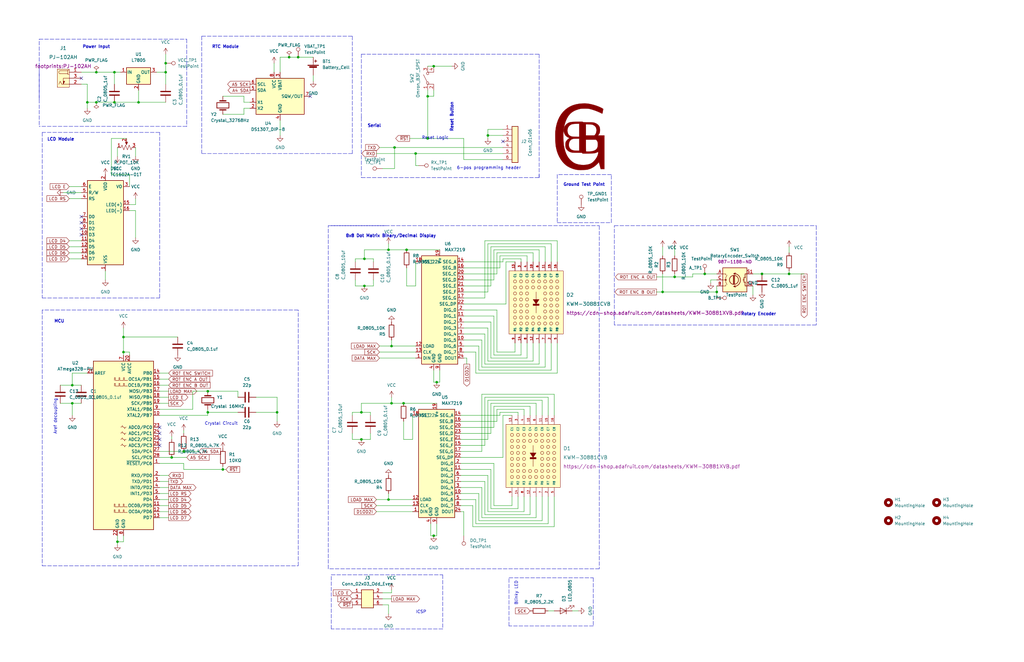
<source format=kicad_sch>
(kicad_sch (version 20211123) (generator eeschema)
  (paper "USLedger")
  (junction (at 30.48 170.18))
  (junction (at 165.1 146.05))
  (junction (at 171.45 105.41))
  (junction (at 48.26 43.18))
  (junction (at 284.48 116.84))
  (junction (at 77.47 190.5))
  (junction (at 87.63 165.1))
  (junction (at 40.64 30.48))
  (junction (at 87.63 173.99))
  (junction (at 52.07 142.24))
  (junction (at 93.98 198.12))
  (junction (at 180.34 58.42))
  (junction (at 52.07 148.59))
  (junction (at 165.1 170.18))
  (junction (at 30.48 162.56))
  (junction (at 279.4 123.19))
  (junction (at 163.83 105.41))
  (junction (at 170.18 170.18))
  (junction (at 49.53 228.6))
  (junction (at 125.73 24.13))
  (junction (at 152.4 185.42))
  (junction (at 205.74 57.15))
  (junction (at 116.84 173.99))
  (junction (at 332.74 115.57))
  (junction (at 36.83 43.18))
  (junction (at 302.26 123.19))
  (junction (at 321.31 115.57))
  (junction (at 40.64 43.18))
  (junction (at 182.88 27.94))
  (junction (at 69.85 30.48))
  (junction (at 163.83 210.82))
  (junction (at 153.67 109.22))
  (junction (at 175.26 64.77))
  (junction (at 152.4 173.99))
  (junction (at 48.26 30.48))
  (junction (at 297.18 115.57))
  (junction (at 166.37 62.23))
  (junction (at 72.39 193.04))
  (junction (at 69.85 26.67))
  (junction (at 58.42 43.18))
  (junction (at 182.88 226.06))
  (junction (at 180.34 40.64))
  (junction (at 184.15 161.29))
  (junction (at 153.67 120.65))
  (junction (at 121.92 24.13))
  (no_connect (at 34.29 33.02))
  (no_connect (at 212.09 59.69))
  (no_connect (at 67.31 180.34))
  (no_connect (at 67.31 182.88))
  (no_connect (at 67.31 185.42))
  (no_connect (at 67.31 187.96))
  (no_connect (at 34.29 99.06))
  (no_connect (at 34.29 96.52))
  (no_connect (at 130.81 40.64))
  (no_connect (at 34.29 91.44))
  (no_connect (at 34.29 93.98))
  (wire (pts (xy 158.75 210.82) (xy 163.83 210.82)))
  (wire (pts (xy 299.72 118.11) (xy 299.72 119.38)))
  (wire (pts (xy 201.93 219.71) (xy 228.6 219.71)))
  (wire (pts (xy 156.21 173.99) (xy 156.21 175.26)))
  (wire (pts (xy 132.08 31.75) (xy 132.08 34.29)))
  (wire (pts (xy 48.26 30.48) (xy 50.8 30.48)))
  (wire (pts (xy 121.92 24.13) (xy 125.73 24.13)))
  (wire (pts (xy 81.28 165.1) (xy 87.63 165.1)))
  (wire (pts (xy 212.09 54.61) (xy 205.74 54.61)))
  (wire (pts (xy 48.26 43.18) (xy 58.42 43.18)))
  (wire (pts (xy 163.83 208.28) (xy 163.83 210.82)))
  (polyline (pts (xy 227.33 49.53) (xy 227.33 49.53)))
  (polyline (pts (xy 152.4 74.93) (xy 227.33 74.93)))
  (wire (pts (xy 182.88 27.94) (xy 190.5 27.94)))
  (wire (pts (xy 30.48 162.56) (xy 25.4 162.56)))
  (polyline (pts (xy 250.19 264.16) (xy 214.63 264.16)))
  (wire (pts (xy 205.74 215.9) (xy 205.74 200.66)))
  (wire (pts (xy 180.34 27.94) (xy 182.88 27.94)))
  (wire (pts (xy 180.34 40.64) (xy 180.34 58.42)))
  (wire (pts (xy 317.5 120.65) (xy 317.5 124.46)))
  (wire (pts (xy 48.26 43.18) (xy 40.64 43.18)))
  (polyline (pts (xy 234.95 73.66) (xy 234.95 93.98)))
  (wire (pts (xy 71.12 167.64) (xy 67.31 167.64)))
  (wire (pts (xy 46.99 58.42) (xy 46.99 73.66)))
  (wire (pts (xy 148.59 175.26) (xy 148.59 173.99)))
  (wire (pts (xy 209.55 106.68) (xy 209.55 115.57)))
  (wire (pts (xy 29.21 104.14) (xy 34.29 104.14)))
  (wire (pts (xy 118.11 30.48) (xy 118.11 24.13)))
  (wire (pts (xy 204.47 140.97) (xy 195.58 140.97)))
  (wire (pts (xy 87.63 175.26) (xy 87.63 173.99)))
  (wire (pts (xy 213.36 110.49) (xy 217.17 110.49)))
  (wire (pts (xy 234.95 157.48) (xy 234.95 144.78)))
  (wire (pts (xy 71.12 208.28) (xy 67.31 208.28)))
  (wire (pts (xy 40.64 43.18) (xy 36.83 43.18)))
  (wire (pts (xy 195.58 118.11) (xy 208.28 118.11)))
  (wire (pts (xy 102.87 43.18) (xy 105.41 43.18)))
  (wire (pts (xy 36.83 157.48) (xy 30.48 157.48)))
  (wire (pts (xy 148.59 182.88) (xy 148.59 185.42)))
  (polyline (pts (xy 257.81 73.66) (xy 234.95 73.66)))
  (wire (pts (xy 54.61 149.86) (xy 54.61 148.59)))
  (wire (pts (xy 201.93 146.05) (xy 195.58 146.05)))
  (wire (pts (xy 223.52 217.17) (xy 223.52 209.55)))
  (wire (pts (xy 153.67 120.65) (xy 157.48 120.65)))
  (wire (pts (xy 171.45 120.65) (xy 175.26 120.65)))
  (wire (pts (xy 115.57 26.67) (xy 115.57 30.48)))
  (wire (pts (xy 241.3 257.81) (xy 243.84 257.81)))
  (wire (pts (xy 205.74 54.61) (xy 205.74 57.15)))
  (wire (pts (xy 180.34 58.42) (xy 195.58 58.42)))
  (wire (pts (xy 29.21 109.22) (xy 34.29 109.22)))
  (wire (pts (xy 149.86 120.65) (xy 153.67 120.65)))
  (wire (pts (xy 157.48 120.65) (xy 157.48 118.11)))
  (wire (pts (xy 71.12 218.44) (xy 67.31 218.44)))
  (polyline (pts (xy 17.78 55.88) (xy 17.78 125.73)))
  (wire (pts (xy 107.95 167.64) (xy 116.84 167.64)))
  (wire (pts (xy 71.12 213.36) (xy 67.31 213.36)))
  (wire (pts (xy 203.2 166.37) (xy 203.2 190.5)))
  (wire (pts (xy 171.45 105.41) (xy 185.42 105.41)))
  (wire (pts (xy 182.88 38.1) (xy 182.88 40.64)))
  (wire (pts (xy 204.47 187.96) (xy 204.47 167.64)))
  (wire (pts (xy 207.01 182.88) (xy 207.01 170.18)))
  (wire (pts (xy 29.21 83.82) (xy 34.29 83.82)))
  (wire (pts (xy 30.48 170.18) (xy 34.29 170.18)))
  (wire (pts (xy 321.31 115.57) (xy 332.74 115.57)))
  (wire (pts (xy 116.84 173.99) (xy 116.84 177.8)))
  (polyline (pts (xy 17.78 238.76) (xy 125.73 238.76)))
  (wire (pts (xy 57.15 88.9) (xy 57.15 100.33)))
  (wire (pts (xy 292.1 116.84) (xy 284.48 116.84)))
  (wire (pts (xy 26.67 81.28) (xy 34.29 81.28)))
  (wire (pts (xy 46.99 73.66) (xy 54.61 73.66)))
  (wire (pts (xy 161.29 250.19) (xy 165.1 250.19)))
  (wire (pts (xy 72.39 193.04) (xy 78.74 193.04)))
  (wire (pts (xy 194.31 187.96) (xy 204.47 187.96)))
  (wire (pts (xy 195.58 151.13) (xy 196.85 151.13)))
  (polyline (pts (xy 17.78 130.81) (xy 17.78 238.76)))
  (wire (pts (xy 185.42 161.29) (xy 184.15 161.29)))
  (wire (pts (xy 180.34 38.1) (xy 180.34 40.64)))
  (wire (pts (xy 149.86 110.49) (xy 149.86 109.22)))
  (polyline (pts (xy 214.63 243.84) (xy 250.19 243.84)))
  (wire (pts (xy 100.33 167.64) (xy 100.33 165.1)))
  (polyline (pts (xy 259.08 137.16) (xy 259.08 95.25)))
  (wire (pts (xy 29.21 106.68) (xy 34.29 106.68)))
  (wire (pts (xy 292.1 115.57) (xy 292.1 116.84)))
  (wire (pts (xy 233.68 166.37) (xy 203.2 166.37)))
  (polyline (pts (xy 252.73 95.25) (xy 252.73 240.03)))
  (wire (pts (xy 302.26 120.65) (xy 302.26 123.19)))
  (wire (pts (xy 165.1 170.18) (xy 170.18 170.18)))
  (wire (pts (xy 220.98 215.9) (xy 205.74 215.9)))
  (polyline (pts (xy 259.08 95.25) (xy 295.91 95.25)))
  (wire (pts (xy 182.88 156.21) (xy 182.88 161.29)))
  (wire (pts (xy 231.14 220.98) (xy 200.66 220.98)))
  (wire (pts (xy 204.47 167.64) (xy 231.14 167.64)))
  (wire (pts (xy 209.55 130.81) (xy 209.55 148.59)))
  (wire (pts (xy 67.31 205.74) (xy 71.12 205.74)))
  (wire (pts (xy 195.58 133.35) (xy 208.28 133.35)))
  (wire (pts (xy 204.47 125.73) (xy 195.58 125.73)))
  (wire (pts (xy 67.31 170.18) (xy 71.12 170.18)))
  (wire (pts (xy 182.88 161.29) (xy 184.15 161.29)))
  (polyline (pts (xy 152.4 49.53) (xy 152.4 74.93)))
  (wire (pts (xy 205.74 123.19) (xy 205.74 102.87)))
  (wire (pts (xy 209.55 177.8) (xy 209.55 172.72)))
  (wire (pts (xy 284.48 115.57) (xy 284.48 116.84)))
  (wire (pts (xy 77.47 195.58) (xy 77.47 198.12)))
  (wire (pts (xy 153.67 109.22) (xy 157.48 109.22)))
  (wire (pts (xy 49.53 228.6) (xy 52.07 228.6)))
  (wire (pts (xy 118.11 50.8) (xy 118.11 57.15)))
  (wire (pts (xy 232.41 156.21) (xy 201.93 156.21)))
  (wire (pts (xy 36.83 43.18) (xy 36.83 45.72)))
  (wire (pts (xy 204.47 101.6) (xy 204.47 125.73)))
  (wire (pts (xy 213.36 128.27) (xy 213.36 110.49)))
  (polyline (pts (xy 85.09 15.24) (xy 148.59 15.24)))
  (polyline (pts (xy 227.33 22.86) (xy 227.33 49.53)))
  (wire (pts (xy 44.45 114.3) (xy 44.45 118.11)))
  (wire (pts (xy 156.21 185.42) (xy 156.21 182.88)))
  (wire (pts (xy 52.07 142.24) (xy 52.07 148.59)))
  (wire (pts (xy 195.58 130.81) (xy 209.55 130.81)))
  (wire (pts (xy 52.07 142.24) (xy 74.93 142.24)))
  (wire (pts (xy 210.82 107.95) (xy 222.25 107.95)))
  (wire (pts (xy 52.07 228.6) (xy 52.07 226.06)))
  (wire (pts (xy 228.6 175.26) (xy 228.6 168.91)))
  (polyline (pts (xy 252.73 240.03) (xy 138.43 240.03)))
  (polyline (pts (xy 295.91 95.25) (xy 344.17 95.25)))
  (wire (pts (xy 175.26 69.85) (xy 176.53 69.85)))
  (wire (pts (xy 93.98 198.12) (xy 95.25 198.12)))
  (wire (pts (xy 205.74 185.42) (xy 194.31 185.42)))
  (wire (pts (xy 195.58 215.9) (xy 195.58 226.06)))
  (wire (pts (xy 207.01 151.13) (xy 207.01 135.89)))
  (wire (pts (xy 57.15 62.23) (xy 57.15 66.04)))
  (wire (pts (xy 125.73 24.13) (xy 132.08 24.13)))
  (wire (pts (xy 233.68 175.26) (xy 233.68 166.37)))
  (wire (pts (xy 152.4 170.18) (xy 165.1 170.18)))
  (wire (pts (xy 204.47 217.17) (xy 223.52 217.17)))
  (wire (pts (xy 228.6 219.71) (xy 228.6 209.55)))
  (wire (pts (xy 229.87 154.94) (xy 229.87 144.78)))
  (wire (pts (xy 52.07 138.43) (xy 52.07 142.24)))
  (wire (pts (xy 218.44 214.63) (xy 218.44 209.55)))
  (wire (pts (xy 194.31 203.2) (xy 204.47 203.2)))
  (polyline (pts (xy 78.74 16.51) (xy 78.74 53.34)))
  (wire (pts (xy 58.42 43.18) (xy 58.42 38.1)))
  (wire (pts (xy 226.06 218.44) (xy 203.2 218.44)))
  (wire (pts (xy 317.5 115.57) (xy 321.31 115.57)))
  (wire (pts (xy 205.74 57.15) (xy 212.09 57.15)))
  (wire (pts (xy 77.47 190.5) (xy 83.82 190.5)))
  (polyline (pts (xy 139.7 242.57) (xy 186.69 242.57)))
  (wire (pts (xy 195.58 148.59) (xy 200.66 148.59)))
  (wire (pts (xy 185.42 156.21) (xy 185.42 161.29)))
  (wire (pts (xy 87.63 173.99) (xy 87.63 172.72)))
  (polyline (pts (xy 227.33 74.93) (xy 227.33 49.53)))
  (wire (pts (xy 182.88 40.64) (xy 180.34 40.64)))
  (wire (pts (xy 58.42 43.18) (xy 69.85 43.18)))
  (wire (pts (xy 220.98 172.72) (xy 220.98 175.26)))
  (wire (pts (xy 107.95 173.99) (xy 116.84 173.99)))
  (wire (pts (xy 77.47 198.12) (xy 93.98 198.12)))
  (wire (pts (xy 210.82 173.99) (xy 218.44 173.99)))
  (wire (pts (xy 67.31 193.04) (xy 72.39 193.04)))
  (wire (pts (xy 284.48 107.95) (xy 284.48 104.14)))
  (wire (pts (xy 161.29 255.27) (xy 163.83 255.27)))
  (wire (pts (xy 163.83 210.82) (xy 173.99 210.82)))
  (wire (pts (xy 212.09 193.04) (xy 212.09 175.26)))
  (polyline (pts (xy 125.73 238.76) (xy 125.73 130.81)))
  (polyline (pts (xy 138.43 95.25) (xy 162.56 95.25)))
  (wire (pts (xy 210.82 175.26) (xy 210.82 173.99)))
  (wire (pts (xy 93.98 198.12) (xy 93.98 196.85)))
  (polyline (pts (xy 139.7 95.25) (xy 252.73 95.25)))
  (wire (pts (xy 49.53 228.6) (xy 49.53 226.06)))
  (wire (pts (xy 220.98 209.55) (xy 220.98 215.9)))
  (wire (pts (xy 208.28 213.36) (xy 215.9 213.36)))
  (wire (pts (xy 195.58 138.43) (xy 205.74 138.43)))
  (wire (pts (xy 48.26 30.48) (xy 48.26 35.56)))
  (wire (pts (xy 219.71 109.22) (xy 219.71 110.49)))
  (wire (pts (xy 69.85 22.86) (xy 69.85 26.67)))
  (wire (pts (xy 67.31 215.9) (xy 71.12 215.9)))
  (wire (pts (xy 200.66 210.82) (xy 194.31 210.82)))
  (wire (pts (xy 149.86 109.22) (xy 153.67 109.22)))
  (wire (pts (xy 194.31 195.58) (xy 208.28 195.58)))
  (wire (pts (xy 212.09 109.22) (xy 219.71 109.22)))
  (wire (pts (xy 200.66 220.98) (xy 200.66 210.82)))
  (wire (pts (xy 234.95 110.49) (xy 234.95 101.6)))
  (wire (pts (xy 165.1 167.64) (xy 165.1 170.18)))
  (wire (pts (xy 210.82 113.03) (xy 210.82 107.95)))
  (wire (pts (xy 181.61 226.06) (xy 182.88 226.06)))
  (wire (pts (xy 208.28 133.35) (xy 208.28 149.86)))
  (wire (pts (xy 228.6 168.91) (xy 205.74 168.91)))
  (wire (pts (xy 29.21 78.74) (xy 34.29 78.74)))
  (wire (pts (xy 208.28 105.41) (xy 227.33 105.41)))
  (wire (pts (xy 153.67 105.41) (xy 163.83 105.41)))
  (wire (pts (xy 157.48 109.22) (xy 157.48 110.49)))
  (polyline (pts (xy 138.43 240.03) (xy 138.43 95.25)))
  (wire (pts (xy 199.39 222.25) (xy 233.68 222.25)))
  (wire (pts (xy 224.79 152.4) (xy 224.79 144.78)))
  (wire (pts (xy 175.26 148.59) (xy 160.02 148.59)))
  (wire (pts (xy 203.2 154.94) (xy 229.87 154.94)))
  (wire (pts (xy 209.55 115.57) (xy 195.58 115.57)))
  (wire (pts (xy 332.74 106.68) (xy 332.74 104.14)))
  (wire (pts (xy 208.28 195.58) (xy 208.28 213.36)))
  (polyline (pts (xy 186.69 242.57) (xy 186.69 265.43)))
  (wire (pts (xy 100.33 165.1) (xy 87.63 165.1)))
  (wire (pts (xy 173.99 213.36) (xy 158.75 213.36)))
  (wire (pts (xy 158.75 215.9) (xy 173.99 215.9)))
  (wire (pts (xy 217.17 148.59) (xy 217.17 144.78)))
  (wire (pts (xy 279.4 115.57) (xy 279.4 123.19)))
  (polyline (pts (xy 214.63 264.16) (xy 214.63 243.84)))
  (polyline (pts (xy 16.51 16.51) (xy 78.74 16.51)))
  (wire (pts (xy 332.74 115.57) (xy 339.09 115.57)))
  (wire (pts (xy 302.26 123.19) (xy 302.26 125.73)))
  (wire (pts (xy 201.93 156.21) (xy 201.93 146.05)))
  (wire (pts (xy 34.29 35.56) (xy 36.83 35.56)))
  (wire (pts (xy 207.01 135.89) (xy 195.58 135.89)))
  (wire (pts (xy 171.45 113.03) (xy 171.45 120.65)))
  (wire (pts (xy 302.26 118.11) (xy 299.72 118.11)))
  (wire (pts (xy 194.31 177.8) (xy 209.55 177.8)))
  (wire (pts (xy 170.18 170.18) (xy 184.15 170.18)))
  (polyline (pts (xy 152.4 49.53) (xy 152.4 22.86)))
  (wire (pts (xy 161.29 252.73) (xy 165.1 252.73)))
  (wire (pts (xy 153.67 105.41) (xy 153.67 109.22)))
  (wire (pts (xy 200.66 148.59) (xy 200.66 157.48)))
  (wire (pts (xy 67.31 200.66) (xy 71.12 200.66)))
  (wire (pts (xy 30.48 170.18) (xy 30.48 175.26)))
  (wire (pts (xy 67.31 175.26) (xy 87.63 175.26)))
  (wire (pts (xy 212.09 64.77) (xy 175.26 64.77)))
  (wire (pts (xy 30.48 157.48) (xy 30.48 162.56)))
  (polyline (pts (xy 250.19 243.84) (xy 250.19 264.16)))
  (wire (pts (xy 49.53 229.87) (xy 49.53 228.6)))
  (wire (pts (xy 67.31 195.58) (xy 77.47 195.58)))
  (wire (pts (xy 67.31 203.2) (xy 71.12 203.2)))
  (wire (pts (xy 170.18 177.8) (xy 170.18 185.42)))
  (polyline (pts (xy 78.74 53.34) (xy 16.51 53.34)))
  (wire (pts (xy 46.99 58.42) (xy 53.34 58.42)))
  (wire (pts (xy 77.47 182.88) (xy 77.47 181.61)))
  (wire (pts (xy 226.06 170.18) (xy 226.06 175.26)))
  (polyline (pts (xy 67.31 125.73) (xy 67.31 55.88)))
  (wire (pts (xy 67.31 210.82) (xy 71.12 210.82)))
  (wire (pts (xy 194.31 208.28) (xy 201.93 208.28)))
  (wire (pts (xy 194.31 193.04) (xy 212.09 193.04)))
  (wire (pts (xy 67.31 190.5) (xy 77.47 190.5)))
  (wire (pts (xy 52.07 148.59) (xy 52.07 149.86)))
  (wire (pts (xy 203.2 205.74) (xy 194.31 205.74)))
  (polyline (pts (xy 16.51 30.48) (xy 16.51 53.34)))
  (wire (pts (xy 81.28 172.72) (xy 81.28 165.1)))
  (wire (pts (xy 54.61 88.9) (xy 57.15 88.9)))
  (wire (pts (xy 118.11 24.13) (xy 121.92 24.13)))
  (wire (pts (xy 207.01 170.18) (xy 226.06 170.18)))
  (wire (pts (xy 212.09 175.26) (xy 215.9 175.26)))
  (polyline (pts (xy 227.33 73.66) (xy 227.33 74.93)))
  (wire (pts (xy 69.85 30.48) (xy 66.04 30.48)))
  (wire (pts (xy 223.52 171.45) (xy 208.28 171.45)))
  (wire (pts (xy 152.4 185.42) (xy 156.21 185.42)))
  (wire (pts (xy 201.93 208.28) (xy 201.93 219.71)))
  (wire (pts (xy 160.02 151.13) (xy 175.26 151.13)))
  (polyline (pts (xy 85.09 15.24) (xy 85.09 64.77)))
  (polyline (pts (xy 148.59 15.24) (xy 148.59 64.77)))
  (wire (pts (xy 302.26 123.19) (xy 279.4 123.19)))
  (wire (pts (xy 102.87 45.72) (xy 105.41 45.72)))
  (wire (pts (xy 67.31 162.56) (xy 71.12 162.56)))
  (wire (pts (xy 166.37 62.23) (xy 212.09 62.23)))
  (wire (pts (xy 218.44 173.99) (xy 218.44 175.26)))
  (wire (pts (xy 195.58 67.31) (xy 195.58 58.42)))
  (wire (pts (xy 224.79 110.49) (xy 224.79 106.68)))
  (wire (pts (xy 203.2 190.5) (xy 194.31 190.5)))
  (wire (pts (xy 227.33 153.67) (xy 204.47 153.67)))
  (wire (pts (xy 229.87 104.14) (xy 207.01 104.14)))
  (wire (pts (xy 302.26 115.57) (xy 297.18 115.57)))
  (wire (pts (xy 173.99 185.42) (xy 173.99 175.26)))
  (wire (pts (xy 195.58 143.51) (xy 203.2 143.51)))
  (wire (pts (xy 205.74 152.4) (xy 224.79 152.4)))
  (wire (pts (xy 194.31 182.88) (xy 207.01 182.88)))
  (wire (pts (xy 209.55 148.59) (xy 217.17 148.59)))
  (wire (pts (xy 332.74 114.3) (xy 332.74 115.57)))
  (wire (pts (xy 181.61 220.98) (xy 181.61 226.06)))
  (polyline (pts (xy 148.59 64.77) (xy 85.09 64.77)))
  (polyline (pts (xy 234.95 93.98) (xy 257.81 93.98)))
  (wire (pts (xy 276.86 123.19) (xy 279.4 123.19)))
  (wire (pts (xy 203.2 143.51) (xy 203.2 154.94)))
  (wire (pts (xy 219.71 149.86) (xy 219.71 144.78)))
  (wire (pts (xy 207.01 214.63) (xy 218.44 214.63)))
  (wire (pts (xy 34.29 30.48) (xy 40.64 30.48)))
  (wire (pts (xy 205.74 138.43) (xy 205.74 152.4)))
  (wire (pts (xy 54.61 73.66) (xy 54.61 78.74)))
  (wire (pts (xy 207.01 198.12) (xy 207.01 214.63)))
  (wire (pts (xy 208.28 149.86) (xy 219.71 149.86)))
  (wire (pts (xy 160.02 146.05) (xy 165.1 146.05)))
  (wire (pts (xy 233.68 257.81) (xy 231.14 257.81)))
  (wire (pts (xy 222.25 144.78) (xy 222.25 151.13)))
  (polyline (pts (xy 344.17 95.25) (xy 344.17 137.16)))
  (polyline (pts (xy 257.81 93.98) (xy 257.81 73.66)))
  (wire (pts (xy 184.15 220.98) (xy 184.15 226.06)))
  (wire (pts (xy 194.31 213.36) (xy 199.39 213.36)))
  (wire (pts (xy 148.59 173.99) (xy 152.4 173.99)))
  (wire (pts (xy 160.02 62.23) (xy 166.37 62.23)))
  (polyline (pts (xy 152.4 22.86) (xy 227.33 22.86)))
  (wire (pts (xy 87.63 173.99) (xy 100.33 173.99)))
  (wire (pts (xy 93.98 48.26) (xy 102.87 48.26)))
  (wire (pts (xy 67.31 172.72) (xy 81.28 172.72)))
  (wire (pts (xy 170.18 185.42) (xy 173.99 185.42)))
  (wire (pts (xy 222.25 151.13) (xy 207.01 151.13)))
  (wire (pts (xy 234.95 101.6) (xy 204.47 101.6)))
  (polyline (pts (xy 125.73 130.81) (xy 17.78 130.81)))
  (wire (pts (xy 71.12 165.1) (xy 67.31 165.1)))
  (wire (pts (xy 212.09 67.31) (xy 195.58 67.31)))
  (wire (pts (xy 67.31 157.48) (xy 71.12 157.48)))
  (wire (pts (xy 207.01 104.14) (xy 207.01 120.65)))
  (wire (pts (xy 231.14 167.64) (xy 231.14 175.26)))
  (wire (pts (xy 175.26 120.65) (xy 175.26 110.49)))
  (wire (pts (xy 204.47 153.67) (xy 204.47 140.97)))
  (wire (pts (xy 175.26 64.77) (xy 158.75 64.77)))
  (wire (pts (xy 149.86 118.11) (xy 149.86 120.65)))
  (wire (pts (xy 54.61 86.36) (xy 57.15 86.36)))
  (wire (pts (xy 297.18 115.57) (xy 292.1 115.57)))
  (polyline (pts (xy 17.78 125.73) (xy 67.31 125.73)))
  (wire (pts (xy 195.58 113.03) (xy 210.82 113.03)))
  (polyline (pts (xy 67.31 55.88) (xy 17.78 55.88)))
  (wire (pts (xy 194.31 215.9) (xy 195.58 215.9)))
  (wire (pts (xy 165.1 143.51) (xy 165.1 146.05)))
  (wire (pts (xy 29.21 101.6) (xy 34.29 101.6)))
  (wire (pts (xy 152.4 170.18) (xy 152.4 173.99)))
  (wire (pts (xy 215.9 213.36) (xy 215.9 209.55)))
  (wire (pts (xy 163.83 255.27) (xy 163.83 259.08)))
  (wire (pts (xy 152.4 173.99) (xy 156.21 173.99)))
  (wire (pts (xy 208.28 171.45) (xy 208.28 180.34)))
  (wire (pts (xy 195.58 123.19) (xy 205.74 123.19)))
  (wire (pts (xy 231.14 209.55) (xy 231.14 220.98)))
  (wire (pts (xy 165.1 248.92) (xy 165.1 250.19)))
  (wire (pts (xy 93.98 40.64) (xy 102.87 40.64)))
  (wire (pts (xy 163.83 102.87) (xy 163.83 105.41)))
  (wire (pts (xy 102.87 48.26) (xy 102.87 45.72)))
  (wire (pts (xy 69.85 26.67) (xy 69.85 30.48)))
  (wire (pts (xy 166.37 71.12) (xy 161.29 71.12)))
  (wire (pts (xy 67.31 160.02) (xy 71.12 160.02)))
  (wire (pts (xy 163.83 105.41) (xy 171.45 105.41)))
  (wire (pts (xy 166.37 62.23) (xy 166.37 71.12)))
  (wire (pts (xy 205.74 57.15) (xy 205.74 58.42)))
  (polyline (pts (xy 344.17 137.16) (xy 259.08 137.16)))
  (polyline (pts (xy 139.7 265.43) (xy 139.7 242.57)))
  (wire (pts (xy 279.4 104.14) (xy 279.4 107.95)))
  (wire (pts (xy 207.01 120.65) (xy 195.58 120.65)))
  (wire (pts (xy 69.85 35.56) (xy 69.85 30.48)))
  (wire (pts (xy 229.87 110.49) (xy 229.87 104.14)))
  (wire (pts (xy 36.83 35.56) (xy 36.83 43.18)))
  (wire (pts (xy 116.84 167.64) (xy 116.84 173.99)))
  (wire (pts (xy 194.31 198.12) (xy 207.01 198.12)))
  (wire (pts (xy 222.25 107.95) (xy 222.25 110.49)))
  (polyline (pts (xy 186.69 265.43) (xy 139.7 265.43)))
  (wire (pts (xy 172.72 58.42) (xy 180.34 58.42)))
  (wire (pts (xy 232.41 102.87) (xy 232.41 110.49)))
  (wire (pts (xy 196.85 151.13) (xy 196.85 153.67)))
  (wire (pts (xy 232.41 144.78) (xy 232.41 156.21)))
  (wire (pts (xy 184.15 226.06) (xy 182.88 226.06)))
  (wire (pts (xy 204.47 203.2) (xy 204.47 217.17)))
  (wire (pts (xy 57.15 83.82) (xy 57.15 86.36)))
  (wire (pts (xy 195.58 128.27) (xy 213.36 128.27)))
  (wire (pts (xy 233.68 222.25) (xy 233.68 209.55)))
  (wire (pts (xy 200.66 157.48) (xy 234.95 157.48)))
  (wire (pts (xy 72.39 185.42) (xy 72.39 184.15)))
  (wire (pts (xy 102.87 40.64) (xy 102.87 43.18)))
  (wire (pts (xy 30.48 162.56) (xy 34.29 162.56)))
  (wire (pts (xy 49.53 66.04) (xy 49.53 62.23)))
  (wire (pts (xy 40.64 30.48) (xy 48.26 30.48)))
  (wire (pts (xy 205.74 200.66) (xy 194.31 200.66)))
  (wire (pts (xy 148.59 185.42) (xy 152.4 185.42)))
  (wire (pts (xy 25.4 170.18) (xy 30.48 170.18)))
  (wire (pts (xy 195.58 110.49) (xy 212.09 110.49)))
  (polyline (pts (xy 16.51 41.91) (xy 16.51 16.51)))
  (wire (pts (xy 209.55 172.72) (xy 220.98 172.72)))
  (wire (pts (xy 205.74 168.91) (xy 205.74 185.42)))
  (wire (pts (xy 175.26 64.77) (xy 175.26 69.85)))
  (wire (pts (xy 208.28 180.34) (xy 194.31 180.34)))
  (wire (pts (xy 199.39 213.36) (xy 199.39 222.25)))
  (wire (pts (xy 212.09 110.49) (xy 212.09 109.22)))
  (wire (pts (xy 165.1 146.05) (xy 175.26 146.05)))
  (wire (pts (xy 276.86 116.84) (xy 284.48 116.84)))
  (wire (pts (xy 224.79 106.68) (xy 209.55 106.68)))
  (wire (pts (xy 208.28 118.11) (xy 208.28 105.41)))
  (wire (pts (xy 203.2 218.44) (xy 203.2 205.74)))
  (wire (pts (xy 54.61 148.59) (xy 52.07 148.59)))
  (wire (pts (xy 205.74 102.87) (xy 232.41 102.87)))
  (wire (pts (xy 223.52 175.26) (xy 223.52 171.45)))
  (wire (pts (xy 227.33 105.41) (xy 227.33 110.49)))
  (wire (pts (xy 227.33 144.78) (xy 227.33 153.67)))
  (wire (pts (xy 226.06 209.55) (xy 226.06 218.44)))
  (wire (pts (xy 194.31 175.26) (xy 210.82 175.26)))
  (text "Ground Test Point" (at 237.49 78.74 0) (effects (font (size 1.27 1.27) (thickness 0.254) bold) (justify left bottom)))
  (text "8x8 Dot Matrix Binary/Decimal Display\n" (at 145.7452 100.3808 0) (effects (font (size 1.27 1.27) (thickness 0.254) bold) (justify left bottom)))
  (text "Power Input\n" (at 34.7472 20.574 0) (effects (font (size 1.27 1.27) bold) (justify left bottom)))
  (text "Reset Button\n" (at 191.262 55.6768 90) (effects (font (size 1.27 1.27) bold) (justify left bottom)))
  (text "Serial\n" (at 154.94 53.8988 0) (effects (font (size 1.27 1.27) (thickness 0.254) bold) (justify left bottom)))
  (text "Blinky LED\n" (at 218.44 245.11 270) (effects (font (size 1.27 1.27)) (justify right bottom)))
  (text "ICSP\n" (at 175.26 259.08 0) (effects (font (size 1.27 1.27)) (justify left bottom)))
  (text "RTC Module\n" (at 89.3572 20.574 0) (effects (font (size 1.27 1.27) bold) (justify left bottom)))
  (text "Rotary Encoder\n" (at 312.42 133.35 0) (effects (font (size 1.27 1.27) (thickness 0.254) bold) (justify left bottom)))
  (text "Aref decoupling\n" (at 24.0792 168.148 270) (effects (font (size 1.27 1.27)) (justify right bottom)))
  (text "6-pos programming header\n" (at 219.71 71.6788 180) (effects (font (size 1.27 1.27)) (justify right bottom)))
  (text "Crystal Circuit\n" (at 100.2792 179.578 180) (effects (font (size 1.27 1.27)) (justify right bottom)))
  (text "LCD Module\n" (at 19.8628 59.6392 0) (effects (font (size 1.27 1.27) (thickness 0.254) bold) (justify left bottom)))
  (text "MCU" (at 22.8092 136.398 0) (effects (font (size 1.27 1.27) bold) (justify left bottom)))
  (text "Reset Logic\n" (at 189.23 58.9788 180) (effects (font (size 1.27 1.27)) (justify right bottom)))
  (global_label "SCK" (shape output) (at 71.12 170.18 0) (property "Intersheet References" "${INTERSHEET_REFS}" (effects hide)))
  (global_label "LOAD MAX" (shape input) (at 160.02 146.05 180) (property "Intersheet References" "${INTERSHEET_REFS}" (effects hide)))
  (global_label "D1OD2I" (shape input) (at 158.75 215.9 180) (property "Intersheet References" "${INTERSHEET_REFS}" (effects hide)))
  (global_label "LOAD MAX" (shape output) (at 165.1 252.73 0) (property "Intersheet References" "${INTERSHEET_REFS}" (effects hide)))
  (global_label "RXD" (shape input) (at 71.12 200.66 0) (property "Intersheet References" "${INTERSHEET_REFS}" (effects hide)))
  (global_label "LOAD MAX" (shape output) (at 71.12 165.1 0) (property "Intersheet References" "${INTERSHEET_REFS}" (effects hide)))
  (global_label "ROT ENC B OUT" (shape input) (at 71.12 162.56 0) (property "Intersheet References" "${INTERSHEET_REFS}" (effects hide)))
  (global_label "LCD E" (shape input) (at 148.59 250.19 180) (property "Intersheet References" "${INTERSHEET_REFS}" (effects hide)))
  (global_label "ROT ENC A OUT" (shape input) (at 71.12 160.02 0) (property "Intersheet References" "${INTERSHEET_REFS}" (effects hide)))
  (global_label "LCD RS" (shape input) (at 29.21 83.82 180) (property "Intersheet References" "${INTERSHEET_REFS}" (effects hide)))
  (global_label "A4 SDA" (shape output) (at 105.41 38.1 180) (property "Intersheet References" "${INTERSHEET_REFS}" (effects hide)))
  (global_label "SCK" (shape input) (at 160.02 148.59 180) (property "Intersheet References" "${INTERSHEET_REFS}" (effects hide)))
  (global_label "SCK" (shape input) (at 148.59 252.73 180) (property "Intersheet References" "${INTERSHEET_REFS}" (effects hide)))
  (global_label "~{RST}" (shape input) (at 95.25 198.12 0) (property "Intersheet References" "${INTERSHEET_REFS}" (effects hide)))
  (global_label "D1OD2I" (shape output) (at 196.85 153.67 270) (property "Intersheet References" "${INTERSHEET_REFS}" (effects hide)))
  (global_label "LCD D7" (shape output) (at 71.12 218.44 0) (property "Intersheet References" "${INTERSHEET_REFS}" (effects hide)))
  (global_label "ROT ENC B OUT" (shape output) (at 276.86 123.19 180) (property "Intersheet References" "${INTERSHEET_REFS}" (effects hide)))
  (global_label "LCD D4" (shape output) (at 71.12 210.82 0) (property "Intersheet References" "${INTERSHEET_REFS}" (effects hide)))
  (global_label "LCD D5" (shape input) (at 29.21 104.14 180) (property "Intersheet References" "${INTERSHEET_REFS}" (effects hide)))
  (global_label "LCD D5" (shape output) (at 71.12 213.36 0) (property "Intersheet References" "${INTERSHEET_REFS}" (effects hide)))
  (global_label "A4 SDA" (shape input) (at 83.82 190.5 0) (property "Intersheet References" "${INTERSHEET_REFS}" (effects hide)))
  (global_label "SCK" (shape input) (at 223.52 257.81 180) (property "Intersheet References" "${INTERSHEET_REFS}" (effects hide)))
  (global_label "TXD" (shape input) (at 160.02 62.23 180) (property "Intersheet References" "${INTERSHEET_REFS}" (effects hide)))
  (global_label "LCD D4" (shape input) (at 29.21 101.6 180) (property "Intersheet References" "${INTERSHEET_REFS}" (effects hide)))
  (global_label "A5 SCK" (shape input) (at 78.74 193.04 0) (property "Intersheet References" "${INTERSHEET_REFS}" (effects hide)))
  (global_label "DATA MAX" (shape input) (at 160.02 151.13 180) (property "Intersheet References" "${INTERSHEET_REFS}" (effects hide)))
  (global_label "SCK" (shape input) (at 158.75 213.36 180) (property "Intersheet References" "${INTERSHEET_REFS}" (effects hide)))
  (global_label "~{RST}" (shape output) (at 148.59 255.27 180) (property "Intersheet References" "${INTERSHEET_REFS}" (effects hide)))
  (global_label "~{RST}" (shape output) (at 172.72 58.42 180) (property "Intersheet References" "${INTERSHEET_REFS}" (effects hide)))
  (global_label "LCD D6" (shape input) (at 29.21 106.68 180) (property "Intersheet References" "${INTERSHEET_REFS}" (effects hide)))
  (global_label "ROT ENC SWITCH" (shape input) (at 71.12 157.48 0) (property "Intersheet References" "${INTERSHEET_REFS}" (effects hide)))
  (global_label "LCD E" (shape input) (at 29.21 78.74 180) (property "Intersheet References" "${INTERSHEET_REFS}" (effects hide)))
  (global_label "TXD" (shape output) (at 71.12 203.2 0) (property "Intersheet References" "${INTERSHEET_REFS}" (effects hide)))
  (global_label "LCD E" (shape output) (at 71.12 167.64 0) (property "Intersheet References" "${INTERSHEET_REFS}" (effects hide)))
  (global_label "LOAD MAX" (shape input) (at 158.75 210.82 180) (property "Intersheet References" "${INTERSHEET_REFS}" (effects hide)))
  (global_label "LCD D6" (shape output) (at 71.12 215.9 0) (property "Intersheet References" "${INTERSHEET_REFS}" (effects hide)))
  (global_label "LCD RS" (shape output) (at 71.12 208.28 0) (property "Intersheet References" "${INTERSHEET_REFS}" (effects hide)))
  (global_label "A5 SCK" (shape output) (at 105.41 35.56 180) (property "Intersheet References" "${INTERSHEET_REFS}" (effects hide)))
  (global_label "DATA MAX" (shape output) (at 71.12 205.74 0) (property "Intersheet References" "${INTERSHEET_REFS}" (effects hide)))
  (global_label "ROT ENC SWITCH" (shape output) (at 339.09 115.57 270) (property "Intersheet References" "${INTERSHEET_REFS}" (effects hide)))
  (global_label "RXD" (shape output) (at 158.75 64.77 180) (property "Intersheet References" "${INTERSHEET_REFS}" (effects hide)))
  (global_label "LCD D7" (shape input) (at 29.21 109.22 180) (property "Intersheet References" "${INTERSHEET_REFS}" (effects hide)))
  (global_label "ROT ENC A OUT" (shape output) (at 276.86 116.84 180) (property "Intersheet References" "${INTERSHEET_REFS}" (effects hide)))
  (symbol (lib_id "HPS:R_0805_10K") (at 284.48 111.76 0) (unit 1)
    (property "Reference" "R3" (at 281.94 113.03 90) (effects (justify left)))
    (property "Value" "R_0805_10K" (at 274.32 115.57 90) (effects (justify left)))
    (property "Footprint" "footprints:R_0805_2012Metric" (effects hide))
    (property "Datasheet" "https://www.digikey.com/en/products/detail/yageo/RC0805FR-0710KL/727535" (effects hide))
    (property "MFG" "Yageo" (effects hide))
    (property "MPN" "RC0805FR-0710KL" (effects hide))
    (property "Digikey PN" "311-10.0KCRCT-ND" (effects hide))
    (property "Mouser PN" "N/A" (effects hide))
    (property "Power" "N/A" (effects hide))
    (property "Tolerance" "N/A" (effects hide))
  )
  (symbol (lib_id "HPS:VCC") (at 93.98 189.23 0) (unit 1)
    (property "Reference" "#PWR0117" (effects hide))
    (property "Value" "VCC" (at 93.98 184.15 0))
  )
  (symbol (lib_id "HPS:Battery_Cell") (at 132.08 29.21 0) (unit 1)
    (property "Reference" "BT1" (at 135.89 25.9079 0) (effects (justify left)))
    (property "Value" "Battery_Cell" (at 135.89 28.4479 0) (effects (justify left)))
    (property "Footprint" "footprints:BatteryHolder_Keystone_106_1x20mm" (effects hide))
    (property "Datasheet" "https://media.digikey.com/pdf/Data%20Sheets/Memory%20Protection%20PDFs/Coin_Cell_Guide.pdf" (effects hide))
    (property "MFG" "MPD (Memory Protection Devices)" (effects hide))
    (property "MPN" "BS-7" (effects hide))
    (property "Digikey PN" "BS-7-ND" (effects hide))
    (property "Mouser PN" "N/A" (effects hide))
  )
  (symbol (lib_id "HPS:R_0805_4.7K") (at 77.47 186.69 0) (unit 1)
    (property "Reference" "R13" (at 80.01 185.4199 0) (effects (justify left)))
    (property "Value" "R_0805_4.7K" (at 80.01 187.9599 0) (effects (justify left)))
    (property "Footprint" "footprints:R_0805_2012Metric" (effects hide))
    (property "Datasheet" "https://www.digikey.com/en/products/detail/yageo/RC0805FR-074K7L/727929" (effects hide))
    (property "MFG" "Yageo" (effects hide))
    (property "MPN" "RC0805FR-074K7L" (effects hide))
    (property "Digikey PN" "311-4.70KCRCT-ND" (effects hide))
    (property "Mouser PN" "N/A" (effects hide))
    (property "Power" "N/A" (effects hide))
    (property "Tolerance" "N/A" (effects hide))
  )
  (symbol (lib_id "HPS:VCC") (at 165.1 167.64 0) (unit 1)
    (property "Reference" "#PWR0127" (effects hide))
    (property "Value" "VCC" (at 165.1 162.56 0))
  )
  (symbol (lib_id "HPS:GND") (at 321.31 123.19 0) (unit 1)
    (property "Reference" "#PWR0128" (effects hide))
    (property "Value" "GND" (at 321.31 128.27 90))
  )
  (symbol (lib_id "HPS:GND") (at 152.4 185.42 0) (unit 1)
    (property "Reference" "#PWR0106" (effects hide))
    (property "Value" "GND" (at 152.4 190.5 0))
  )
  (symbol (lib_id "HPS:VCC") (at 72.39 184.15 0) (unit 1)
    (property "Reference" "#PWR03" (effects hide))
    (property "Value" "VCC" (at 72.39 179.07 0))
  )
  (symbol (lib_id "HPS:C_0805_0.1uf") (at 74.93 146.05 0) (unit 1)
    (property "Reference" "C4" (at 78.74 144.7799 0) (effects (justify left)))
    (property "Value" "C_0805_0.1uf" (at 78.74 147.3199 0) (effects (justify left)))
    (property "Footprint" "footprints:C_0805_2012Metric" (effects hide))
    (property "Datasheet" "https://datasheets.avx.com/X7RDielectric.pdf" (effects hide))
    (property "MFG" "AVX Corporation" (effects hide))
    (property "MPN" "08055C104KAT2A" (effects hide))
    (property "Digikey PN" "478-1395-1-ND" (effects hide))
    (property "Mouser PN" "N/A" (effects hide))
    (property "Voltage" "N/A" (effects hide))
    (property "Dielectric" "N/A" (effects hide))
    (property "Tolerance" "N/A" (effects hide))
  )
  (symbol (lib_id "HPS:C_0805_1uf") (at 321.31 119.38 180) (unit 1)
    (property "Reference" "C12" (at 325.12 118.1099 0) (effects (justify right)))
    (property "Value" "C_0805_1uf" (at 325.12 120.6499 0) (effects (justify right)))
    (property "Footprint" "footprints:C_0805_2012Metric" (effects hide))
    (property "Datasheet" "https://www.yageo.com/upload/media/product/productsearch/datasheet/mlcc/UPY-GPHC_X7R_6.3V-to-50V_18.pdf" (effects hide))
    (property "MFG" "Yageo" (effects hide))
    (property "MPN" "CC0805KKX7R8BB105" (effects hide))
    (property "Digikey PN" "311-1456-1-ND" (effects hide))
    (property "Mouser PN" "N/A" (effects hide))
    (property "Voltage" "N/A" (effects hide))
    (property "Dielectric" "N/A" (effects hide))
    (property "Tolerance" "N/A" (effects hide))
  )
  (symbol (lib_id "HPS:R_0805_10K") (at 93.98 193.04 0) (unit 1)
    (property "Reference" "R1" (at 96.52 191.7699 0) (effects (justify left)))
    (property "Value" "10KΩ" (at 96.52 194.3099 0) (effects (justify left)))
    (property "Footprint" "footprints:R_0805_2012Metric" (effects hide))
    (property "Datasheet" "https://www.digikey.com/en/products/detail/yageo/RC0805FR-0710KL/727535" (effects hide))
    (property "MFG" "Yageo" (effects hide))
    (property "MPN" "RC0805FR-0710KL" (effects hide))
    (property "Digikey PN" "311-10.0KCRCT-ND" (effects hide))
    (property "Mouser PN" "N/A" (effects hide))
    (property "Power" "N/A" (effects hide))
    (property "Tolerance" "N/A" (effects hide))
  )
  (symbol (lib_id "HPS:GND") (at 44.45 118.11 0) (unit 1)
    (property "Reference" "#PWR0113" (effects hide))
    (property "Value" "GND" (at 44.45 123.19 0))
  )
  (symbol (lib_name "MountingHole_1") (lib_id "HPS:MountingHole") (at 374.65 219.71 0) (unit 1)
    (property "Reference" "H2" (at 377.19 218.4399 0) (effects (justify left)))
    (property "Value" "MountingHole" (at 377.19 220.9799 0) (effects (justify left)))
    (property "Footprint" "footprints:MountingHole_3.2mm_M3" (effects hide))
  )
  (symbol (lib_name "KWM-30881CVB_1") (lib_id "HPS:KWM-30881CVB") (at 226.06 128.27 90) (unit 1)
    (property "Reference" "D2" (at 238.76 124.46 90) (effects (font (size 1.524 1.524)) (justify right)))
    (property "Value" "KWM-30881CVB" (at 238.76 128.27 90) (effects (font (size 1.524 1.524)) (justify right)))
    (property "Footprint" "footprints:KWM-30881CVB" (effects hide))
    (property "Datasheet" "https://cdn-shop.adafruit.com/datasheets/KWM-30881XVB.pdf" (at 238.76 132.08 90) (effects (font (size 1.524 1.524)) (justify right)))
    (property "MFG" "Adafruit" (effects hide))
    (property "MPN" "KWM-30881CVB" (effects hide))
    (property "Digikey PN" "N/A" (effects hide))
    (property "Mouser PN" "N/A" (effects hide))
  )
  (symbol (lib_id "HPS:VCC") (at 77.47 181.61 0) (unit 1)
    (property "Reference" "#PWR04" (effects hide))
    (property "Value" "VCC" (at 77.47 176.53 0))
  )
  (symbol (lib_id "HPS:GND") (at 163.83 200.66 180) (unit 1)
    (property "Reference" "#PWR0107" (effects hide))
    (property "Value" "GND" (at 163.83 195.58 0))
  )
  (symbol (lib_id "HPS:PJ-102AH") (at 29.21 33.02 0) (unit 1)
    (property "Reference" "J1" (at 26.67 20.32 0) (effects (font (size 1.524 1.524))))
    (property "Value" "PJ-102AH" (at 26.67 24.13 0) (effects (font (size 1.524 1.524))))
    (property "Footprint" "footprints:PJ-102AH" (at 26.67 27.94 0) (effects (font (size 1.524 1.524))))
    (property "Datasheet" "https://www.cuidevices.com/product/resource/pj-102ah.pdf" (effects hide))
    (property "MFG" "CUI Devices" (effects hide))
    (property "MPN" "PJ-102AH" (effects hide))
    (property "Digikey PN" "CP-102AH-ND" (effects hide))
    (property "Mouser PN" "490-PJ-102AH" (effects hide))
  )
  (symbol (lib_id "HPS:L7805") (at 58.42 30.48 0) (unit 1)
    (property "Reference" "U1" (at 58.42 22.86 0))
    (property "Value" "L7805" (at 58.42 25.4 0))
    (property "Footprint" "footprints:TO-252-2" (effects hide))
    (property "Datasheet" "http://www.st.com/content/ccc/resource/technical/document/datasheet/41/4f/b3/b0/12/d4/47/88/CD00000444.pdf/files/CD00000444.pdf/jcr:content/translations/en.CD00000444.pdf" (effects hide))
    (property "Digikey PN" "497-7255-1-ND" (effects hide))
    (property "MPN" "L7805CDT-TR" (effects hide))
    (property "MFG" "STMicroelectronics" (effects hide))
  )
  (symbol (lib_id "HPS:R_0805_10K") (at 165.1 139.7 180) (unit 1)
    (property "Reference" "R5" (at 162.56 140.9701 0) (effects (justify left)))
    (property "Value" "R_0805_10K" (at 162.56 138.4301 0) (effects (justify left)))
    (property "Footprint" "footprints:R_0805_2012Metric" (effects hide))
    (property "Datasheet" "https://www.digikey.com/en/products/detail/yageo/RC0805FR-0710KL/727535" (effects hide))
    (property "MFG" "Yageo" (effects hide))
    (property "MPN" "RC0805FR-0710KL" (effects hide))
    (property "Digikey PN" "311-10.0KCRCT-ND" (effects hide))
    (property "Mouser PN" "N/A" (effects hide))
    (property "Power" "N/A" (effects hide))
    (property "Tolerance" "N/A" (effects hide))
  )
  (symbol (lib_id "HPS:C_0805_1uf") (at 48.26 39.37 0) (unit 1)
    (property "Reference" "C2" (at 41.91 43.18 90) (effects (justify left)))
    (property "Value" "C_0805_1uf" (at 44.45 43.18 90) (effects (justify left)))
    (property "Footprint" "footprints:C_0805_2012Metric" (effects hide))
    (property "Datasheet" "https://www.yageo.com/upload/media/product/productsearch/datasheet/mlcc/UPY-GPHC_X7R_6.3V-to-50V_18.pdf" (effects hide))
    (property "MFG" "Yageo" (effects hide))
    (property "MPN" "CC0805KKX7R8BB105" (effects hide))
    (property "Digikey PN" "311-1456-1-ND" (effects hide))
    (property "Mouser PN" "N/A" (effects hide))
    (property "Voltage" "N/A" (effects hide))
    (property "Dielectric" "N/A" (effects hide))
    (property "Tolerance" "N/A" (effects hide))
  )
  (symbol (lib_id "HPS:R_0805_10K") (at 332.74 110.49 180) (unit 1)
    (property "Reference" "R9" (at 330.2 111.7601 0) (effects (justify left)))
    (property "Value" "R_0805_10K" (at 330.2 109.2201 0) (effects (justify left)))
    (property "Footprint" "footprints:R_0805_2012Metric" (effects hide))
    (property "Datasheet" "https://www.digikey.com/en/products/detail/yageo/RC0805FR-0710KL/727535" (effects hide))
    (property "MFG" "Yageo" (effects hide))
    (property "MPN" "RC0805FR-0710KL" (effects hide))
    (property "Digikey PN" "311-10.0KCRCT-ND" (effects hide))
    (property "Mouser PN" "N/A" (effects hide))
    (property "Power" "N/A" (effects hide))
    (property "Tolerance" "N/A" (effects hide))
  )
  (symbol (lib_id "HPS:VCC") (at 44.45 73.66 0) (unit 1)
    (property "Reference" "#PWR0123" (effects hide))
    (property "Value" "VCC" (at 44.45 68.58 0))
  )
  (symbol (lib_id "power:GND") (at 49.53 229.87 0) (unit 1)
    (property "Reference" "#PWR0112" (effects hide))
    (property "Value" "GND" (at 49.53 234.95 0))
  )
  (symbol (lib_id "HPS:LED_0805") (at 237.49 257.81 180) (unit 1)
    (property "Reference" "D3" (at 237.8201 254 90) (effects (justify right)))
    (property "Value" "LED_0805" (at 240.3601 254 90) (effects (justify right)))
    (property "Footprint" "footprints:LED_0805_2012Metric" (effects hide))
    (property "Datasheet" "https://www.we-online.de/katalog/datasheet/150080RS75000.pdf" (effects hide))
    (property "MFG" "Würth Elektronik" (effects hide))
    (property "MPN" "150080RS75000" (effects hide))
    (property "Digikey PN" "732-4984-1-ND" (effects hide))
    (property "Mouser PN" "N/A" (effects hide))
  )
  (symbol (lib_id "HPS:TC1602A-01T") (at 44.45 93.98 0) (unit 1)
    (property "Reference" "DS1" (at 46.4694 71.12 0) (effects (justify left)))
    (property "Value" "TC1602A-01T" (at 46.4694 73.66 0) (effects (justify left)))
    (property "Footprint" "footprints:TC1602A-01T" (effects hide))
    (property "Datasheet" "https://cdn-shop.adafruit.com/datasheets/TC1602A-01T.pdf" (effects hide))
    (property "MFG" "Adafruit" (effects hide))
    (property "MPN" "1447" (effects hide))
    (property "Digikey PN" "1528-2212-ND" (effects hide))
    (property "Mouser PN" "N/A" (effects hide))
  )
  (symbol (lib_name "ATmega328-PU_1") (lib_id "HPS:ATmega328-PU") (at 52.07 187.96 0) (unit 1)
    (property "Reference" "U2" (at 31.75 153.1493 0))
    (property "Value" "ATmega328-PU" (at 31.75 155.6893 0))
    (property "Footprint" "footprints:DIP-28_W7.62mm" (effects hide))
    (property "Datasheet" "http://www.microchip.com/mymicrochip/filehandler.aspx?ddocname=en608326" (effects hide))
    (property "MFG" "On Shore Technology Inc." (effects hide))
    (property "MPN" "ED281DT" (effects hide))
    (property "Digikey PN" "ED3050-5-ND" (effects hide))
    (property "Mouser PN" "N/A" (effects hide))
  )
  (symbol (lib_id "HPS:GND") (at 36.83 45.72 0) (unit 1)
    (property "Reference" "#PWR0121" (effects hide))
    (property "Value" "GND" (at 36.83 50.8 0))
  )
  (symbol (lib_id "HPS:TestPoint") (at 297.18 115.57 0) (unit 1)
    (property "Reference" "A_TP1" (at 293.37 113.03 0))
    (property "Value" "TestPoint" (at 295.91 109.22 0))
    (property "Footprint" "footprints:TestPoint_THTPad_D2.0mm_Drill1.0mm" (effects hide))
  )
  (symbol (lib_id "HPS:R_0805_22K") (at 170.18 173.99 0) (unit 1)
    (property "Reference" "R6" (at 172.72 172.7199 0) (effects (justify left)))
    (property "Value" "R_0805_22K" (at 172.72 175.2599 0) (effects (justify left)))
    (property "Footprint" "footprints:R_0805_2012Metric" (effects hide))
    (property "Datasheet" "https://www.digikey.com/en/products/detail/yageo/RC0805FR-0722KL/727736" (effects hide))
    (property "MFG" "Yageo" (effects hide))
    (property "MPN" "RC0805FR-0722KL" (effects hide))
    (property "Digikey PN" "311-22.0KCRCT-ND" (effects hide))
    (property "Mouser PN" "N/A" (effects hide))
    (property "Power" "N/A" (effects hide))
    (property "Tolerance" "N/A" (effects hide))
  )
  (symbol (lib_id "HPS:R_0805_2.2K") (at 227.33 257.81 90) (unit 1)
    (property "Reference" "R7" (at 227.33 251.46 90))
    (property "Value" "R_0805_2.2K" (at 227.33 254 90))
    (property "Footprint" "footprints:R_0805_2012Metric" (effects hide))
    (property "Datasheet" "https://www.digikey.com/en/products/detail/yageo/RC0805FR-072K2L/727676" (effects hide))
    (property "MFG" "N/A" (effects hide))
    (property "MPN" "N/A" (effects hide))
    (property "Digikey PN" "311-2.20KCRCT-ND" (effects hide))
    (property "Mouser PN" "N/A" (effects hide))
    (property "Power" "N/A" (effects hide))
    (property "Tolerance" "N/A" (effects hide))
  )
  (symbol (lib_id "power:GND") (at 116.84 177.8 0) (unit 1)
    (property "Reference" "#PWR0116" (effects hide))
    (property "Value" "GND" (at 116.84 182.88 0))
  )
  (symbol (lib_id "HPS:TestPoint") (at 161.29 71.12 90) (unit 1)
    (property "Reference" "TX_TP1" (at 157.48 68.58 90))
    (property "Value" "TestPoint" (at 157.988 67.31 90))
    (property "Footprint" "footprints:TestPoint_THTPad_D2.0mm_Drill1.0mm" (effects hide))
  )
  (symbol (lib_id "HPS:Conn_01x06") (at 217.17 59.69 0) (unit 1)
    (property "Reference" "J2" (at 219.71 59.6899 0) (effects (justify left)))
    (property "Value" "Conn_01x06" (at 223.52 66.04 90) (effects (justify left)))
    (property "Footprint" "footprints:PinHeader_1x06_P2.54mm_Vertical" (effects hide))
    (property "Datasheet" "https://www.we-online.de/katalog/datasheet/6130xx11121.pdf" (effects hide))
    (property "MFG" "Würth Elektronik" (effects hide))
    (property "MPN" "61300611121" (effects hide))
    (property "Digikey PN" "732-5319-ND" (effects hide))
    (property "Mouser PN" "N/A" (effects hide))
  )
  (symbol (lib_id "HPS:GND") (at 184.15 161.29 0) (unit 1)
    (property "Reference" "#PWR0105" (effects hide))
    (property "Value" "GND" (at 184.15 166.37 0))
  )
  (symbol (lib_id "HPS:TestPoint") (at 69.85 26.67 270) (unit 1)
    (property "Reference" "VCC_TP1" (at 74.93 25.3999 90) (effects (justify left)))
    (property "Value" "TestPoint" (at 74.93 27.9399 90) (effects (justify left)))
    (property "Footprint" "footprints:TestPoint_THTPad_D2.0mm_Drill1.0mm" (effects hide))
  )
  (symbol (lib_id "HPS:VCC") (at 332.74 104.14 0) (unit 1)
    (property "Reference" "#PWR07" (effects hide))
    (property "Value" "VCC" (at 336.7532 104.4448 0))
  )
  (symbol (lib_id "HPS:GND") (at 182.88 226.06 0) (unit 1)
    (property "Reference" "#PWR0103" (effects hide))
    (property "Value" "GND" (at 182.88 231.14 0))
  )
  (symbol (lib_id "HPS:VCC") (at 52.07 138.43 0) (unit 1)
    (property "Reference" "#PWR0119" (effects hide))
    (property "Value" "VCC" (at 52.07 133.35 0))
  )
  (symbol (lib_id "HPS:C_0805_0.1uf") (at 157.48 114.3 0) (unit 1)
    (property "Reference" "C10" (at 161.29 119.38 90) (effects (justify left)))
    (property "Value" "C_0805_0.1uf" (at 163.83 119.38 90) (effects (justify left)))
    (property "Footprint" "footprints:C_0805_2012Metric" (effects hide))
    (property "Datasheet" "https://datasheets.avx.com/X7RDielectric.pdf" (effects hide))
    (property "MFG" "AVX Corporation" (effects hide))
    (property "MPN" "08055C104KAT2A" (effects hide))
    (property "Digikey PN" "478-1395-1-ND" (effects hide))
    (property "Mouser PN" "N/A" (effects hide))
    (property "Voltage" "N/A" (effects hide))
    (property "Dielectric" "N/A" (effects hide))
    (property "Tolerance" "N/A" (effects hide))
  )
  (symbol (lib_id "HPS:GND") (at 163.83 259.08 0) (unit 1)
    (property "Reference" "#PWR0129" (effects hide))
    (property "Value" "GND" (at 163.83 264.16 0))
  )
  (symbol (lib_id "HPS:Crystal_16MHz") (at 87.63 168.91 270) (unit 1)
    (property "Reference" "Y1" (at 91.44 167.6399 90) (effects (justify left)))
    (property "Value" "Crystal 16MHZ" (at 88.9 171.45 90) (effects (justify left)))
    (property "Footprint" "footprints:Crystal_SMD_HC49-SD" (effects hide))
    (property "Datasheet" "https://ecsxtal.com/store/pdf/csm-7x-dn.pdf" (effects hide))
    (property "MFG" "ECS Inc." (effects hide))
    (property "MPN" "ECS-160-20-5PXDN-TR" (effects hide))
    (property "Digikey PN" "XC1299CT-ND" (effects hide))
    (property "Mouser PN" "N/A" (effects hide))
  )
  (symbol (lib_name "KWM-30881CVB_2") (lib_id "HPS:KWM-30881CVB") (at 224.79 193.04 90) (unit 1)
    (property "Reference" "D1" (at 237.49 189.23 90) (effects (font (size 1.524 1.524)) (justify right)))
    (property "Value" "KWM-30881CVB" (at 237.49 193.04 90) (effects (font (size 1.524 1.524)) (justify right)))
    (property "Footprint" "footprints:KWM-30881CVB" (effects hide))
    (property "Datasheet" "https://cdn-shop.adafruit.com/datasheets/KWM-30881XVB.pdf" (at 237.49 196.85 90) (effects (font (size 1.524 1.524)) (justify right)))
    (property "MFG" "Adafruit" (effects hide))
    (property "MPN" "KWM-30881CVB" (effects hide))
    (property "Digikey PN" "N/A" (effects hide))
    (property "Mouser PN" "N/A" (effects hide))
  )
  (symbol (lib_id "HPS:PWR_FLAG") (at 40.64 30.48 0) (unit 1)
    (property "Reference" "#FLG0102" (effects hide))
    (property "Value" "PWR_FLAG" (at 40.64 25.4 0))
  )
  (symbol (lib_id "power:GND") (at 205.74 58.42 0) (unit 1)
    (property "Reference" "#PWR0104" (effects hide))
    (property "Value" "GND" (at 205.74 63.5 0))
  )
  (symbol (lib_id "HPS:VCC") (at 163.83 102.87 0) (unit 1)
    (property "Reference" "#PWR0126" (effects hide))
    (property "Value" "VCC" (at 163.83 97.79 0))
  )
  (symbol (lib_id "HPS:PWR_FLAG") (at 121.92 24.13 0) (unit 1)
    (property "Reference" "#FLG0103" (effects hide))
    (property "Value" "PWR_FLAG" (at 121.92 19.05 0))
  )
  (symbol (lib_id "HPS:GND") (at 26.67 81.28 270) (unit 1)
    (property "Reference" "#PWR0115" (effects hide))
    (property "Value" "GND" (at 27.94 81.2799 90) (effects (justify left)))
  )
  (symbol (lib_id "HPS:TestPoint") (at 302.26 125.73 270) (unit 1)
    (property "Reference" "B_TP1" (at 298.45 125.73 90) (effects (justify left)))
    (property "Value" "TestPoint" (at 306.07 124.46 90) (effects (justify left)))
    (property "Footprint" "footprints:TestPoint_THTPad_D2.0mm_Drill1.0mm" (effects hide))
  )
  (symbol (lib_id "HPS:R_POT_10K") (at 53.34 62.23 90) (unit 1)
    (property "Reference" "RV1" (at 53.34 66.04 90))
    (property "Value" "R_POT_10K" (at 53.34 68.58 90))
    (property "Footprint" "footprints:Potentiometer_Bourns_3386P_Vertical" (effects hide))
    (property "Datasheet" "https://www.bourns.com/docs/Product-Datasheets/3386.pdf" (effects hide))
    (property "MFG" "Bourns Inc." (effects hide))
    (property "MPN" "3386P-1-103TLF" (effects hide))
    (property "Digikey PN" "3386P-103TLF-ND" (effects hide))
    (property "Mouser PN" "N/A" (effects hide))
  )
  (symbol (lib_id "HPS:TestPoint") (at 195.58 226.06 180) (unit 1)
    (property "Reference" "DO_TP1" (at 198.12 228.0919 0) (effects (justify right)))
    (property "Value" "TestPoint" (at 198.12 230.6319 0) (effects (justify right)))
    (property "Footprint" "footprints:TestPoint_THTPad_D2.0mm_Drill1.0mm" (effects hide))
  )
  (symbol (lib_id "HPS:VCC") (at 115.57 26.67 0) (unit 1)
    (property "Reference" "#PWR0111" (effects hide))
    (property "Value" "VCC" (at 115.57 21.59 0))
  )
  (symbol (lib_id "HPS:GND") (at 57.15 66.04 0) (unit 1)
    (property "Reference" "#PWR0122" (effects hide))
    (property "Value" "GND" (at 57.15 71.12 0))
  )
  (symbol (lib_id "HPS:C_0805_10uf") (at 149.86 114.3 0) (unit 1)
    (property "Reference" "C8" (at 142.24 118.11 90) (effects (justify left)))
    (property "Value" "C_0805_10uf" (at 144.78 118.11 90) (effects (justify left)))
    (property "Footprint" "footprints:C_0805_2012Metric" (effects hide))
    (property "Datasheet" "https://search.murata.co.jp/Ceramy/image/img/A01X/G101/ENG/GRM21BR61E106KA73-01.pdf" (effects hide))
    (property "MFG" "Murata Electronics" (effects hide))
    (property "MPN" "GRM21BR61E106KA73L" (effects hide))
    (property "Digikey PN" "490-5523-1-ND" (effects hide))
    (property "Mouser PN" "N/A" (effects hide))
    (property "Voltage" "N/A" (effects hide))
    (property "Dielectric" "N/A" (effects hide))
    (property "Tolerance" "N/A" (effects hide))
  )
  (symbol (lib_id "HPS:C_0805_0.1uf") (at 69.85 39.37 0) (unit 1)
    (property "Reference" "C3" (at 73.66 44.45 90) (effects (justify left)))
    (property "Value" "C_0805_0.1uf" (at 76.2 44.45 90) (effects (justify left)))
    (property "Footprint" "footprints:C_0805_2012Metric" (effects hide))
    (property "Datasheet" "https://datasheets.avx.com/X7RDielectric.pdf" (effects hide))
    (property "MFG" "AVX Corporation" (effects hide))
    (property "MPN" "08055C104KAT2A" (effects hide))
    (property "Digikey PN" "478-1395-1-ND" (effects hide))
    (property "Mouser PN" "N/A" (effects hide))
    (property "Voltage" "N/A" (effects hide))
    (property "Dielectric" "N/A" (effects hide))
    (property "Tolerance" "N/A" (effects hide))
  )
  (symbol (lib_id "HPS:VCC") (at 284.48 104.14 0) (unit 1)
    (property "Reference" "#PWR0131" (effects hide))
    (property "Value" "VCC" (at 288.4932 104.4448 0))
  )
  (symbol (lib_id "HPS:R_0805_10K") (at 279.4 111.76 0) (unit 1)
    (property "Reference" "R2" (at 276.86 113.03 90) (effects (justify left)))
    (property "Value" "R_0805_10K" (at 288.29 118.11 90) (effects (justify left)))
    (property "Footprint" "footprints:R_0805_2012Metric" (effects hide))
    (property "Datasheet" "https://www.digikey.com/en/products/detail/yageo/RC0805FR-0710KL/727535" (effects hide))
    (property "MFG" "Yageo" (effects hide))
    (property "MPN" "RC0805FR-0710KL" (effects hide))
    (property "Digikey PN" "311-10.0KCRCT-ND" (effects hide))
    (property "Mouser PN" "N/A" (effects hide))
    (property "Power" "N/A" (effects hide))
    (property "Tolerance" "N/A" (effects hide))
  )
  (symbol (lib_id "HPS:VCC") (at 69.85 22.86 0) (unit 1)
    (property "Reference" "#PWR0125" (effects hide))
    (property "Value" "VCC" (at 69.85 17.78 0))
  )
  (symbol (lib_id "HPS:R_0805_4.7K") (at 72.39 189.23 0) (unit 1)
    (property "Reference" "R12" (at 74.93 187.9599 0) (effects (justify left)))
    (property "Value" "R_0805_4.7K" (at 74.93 190.4999 0) (effects (justify left)))
    (property "Footprint" "footprints:R_0805_2012Metric" (effects hide))
    (property "Datasheet" "https://www.digikey.com/en/products/detail/yageo/RC0805FR-074K7L/727929" (effects hide))
    (property "MFG" "Yageo" (effects hide))
    (property "MPN" "RC0805FR-074K7L" (effects hide))
    (property "Digikey PN" "311-4.70KCRCT-ND" (effects hide))
    (property "Mouser PN" "N/A" (effects hide))
    (property "Power" "N/A" (effects hide))
    (property "Tolerance" "N/A" (effects hide))
  )
  (symbol (lib_id "HPS:GND") (at 132.08 34.29 0) (unit 1)
    (property "Reference" "#PWR0134" (effects hide))
    (property "Value" "GND" (at 132.08 39.37 0))
  )
  (symbol (lib_id "HPS:VCC") (at 165.1 248.92 0) (unit 1)
    (property "Reference" "#PWR0130" (effects hide))
    (property "Value" "VCC" (at 165.1 243.84 0))
  )
  (symbol (lib_id "HPS:R_0805_22K") (at 171.45 109.22 0) (unit 1)
    (property "Reference" "R8" (at 173.99 107.9499 0) (effects (justify left)))
    (property "Value" "R_0805_22K" (at 173.99 110.4899 0) (effects (justify left)))
    (property "Footprint" "footprints:R_0805_2012Metric" (effects hide))
    (property "Datasheet" "https://www.digikey.com/en/products/detail/yageo/RC0805FR-0722KL/727736" (effects hide))
    (property "MFG" "Yageo" (effects hide))
    (property "MPN" "RC0805FR-0722KL" (effects hide))
    (property "Digikey PN" "311-22.0KCRCT-ND" (effects hide))
    (property "Mouser PN" "N/A" (effects hide))
    (property "Power" "N/A" (effects hide))
    (property "Tolerance" "N/A" (effects hide))
  )
  (symbol (lib_id "HPS:GND") (at 165.1 135.89 180) (unit 1)
    (property "Reference" "#PWR0101" (effects hide))
    (property "Value" "GND" (at 165.1 130.81 0))
  )
  (symbol (lib_id "HPS:MAX7219") (at 184.15 195.58 0) (unit 1)
    (property "Reference" "U5" (at 186.1694 167.64 0) (effects (justify left)))
    (property "Value" "MAX7219" (at 186.1694 170.18 0) (effects (justify left)))
    (property "Footprint" "footprints:DIP-24_W7.62mm" (effects hide))
    (property "Datasheet" "https://datasheets.maximintegrated.com/en/ds/MAX7219-MAX7221.pdf" (effects hide))
    (property "MFG" "On Shore Technology Inc." (effects hide))
    (property "MPN" "ED241DT" (effects hide))
    (property "Digikey PN" "ED3049-5-ND" (effects hide))
    (property "Mouser PN" "N/A" (effects hide))
  )
  (symbol (lib_id "HPS:GND") (at 153.67 120.65 0) (unit 1)
    (property "Reference" "#PWR0102" (effects hide))
    (property "Value" "GND" (at 153.67 125.73 0))
  )
  (symbol (lib_name "MountingHole_1") (lib_id "HPS:MountingHole") (at 394.97 212.09 0) (unit 1)
    (property "Reference" "H3" (at 397.51 210.8199 0) (effects (justify left)))
    (property "Value" "MountingHole" (at 397.51 213.3599 0) (effects (justify left)))
    (property "Footprint" "footprints:MountingHole_3.2mm_M3" (effects hide))
  )
  (symbol (lib_id "HPS:Omron_B3F_SPST") (at 180.34 33.02 90) (unit 1)
    (property "Reference" "SW2" (at 173.736 33.02 0))
    (property "Value" "Omron_B3F_SPST" (at 176.276 33.02 0))
    (property "Footprint" "footprints:SW_SPST_Omron_B3FS-100xP" (effects hide))
    (property "Datasheet" "https://omronfs.omron.com/en_US/ecb/products/pdf/en-b3fs.pdf" (effects hide))
    (property "MFG" "Omron Electronics Inc-EMC Div" (effects hide))
    (property "MPN" "B3FS-1000P" (effects hide))
    (property "Digikey PN" "SW423CT-ND" (effects hide))
    (property "Mouser PN" "N/A" (effects hide))
  )
  (symbol (lib_id "power:GND") (at 30.48 175.26 0) (unit 1)
    (property "Reference" "#PWR0118" (effects hide))
    (property "Value" "GND" (at 30.48 180.34 0))
  )
  (symbol (lib_id "HPS:GND") (at 299.72 119.38 0) (unit 1)
    (property "Reference" "#PWR0133" (effects hide))
    (property "Value" "GND" (at 297.18 123.19 0))
  )
  (symbol (lib_id "HPS:C_0805_0.1uf") (at 156.21 179.07 0) (unit 1)
    (property "Reference" "C9" (at 160.02 184.15 90) (effects (justify left)))
    (property "Value" "C_0805_0.1uf" (at 162.56 184.15 90) (effects (justify left)))
    (property "Footprint" "footprints:C_0805_2012Metric" (effects hide))
    (property "Datasheet" "https://datasheets.avx.com/X7RDielectric.pdf" (effects hide))
    (property "MFG" "AVX Corporation" (effects hide))
    (property "MPN" "08055C104KAT2A" (effects hide))
    (property "Digikey PN" "478-1395-1-ND" (effects hide))
    (property "Mouser PN" "N/A" (effects hide))
    (property "Voltage" "N/A" (effects hide))
    (property "Dielectric" "N/A" (effects hide))
    (property "Tolerance" "N/A" (effects hide))
  )
  (symbol (lib_id "HPS:Conn_02x03_Odd_Even") (at 154.94 254 0) (unit 1)
    (property "Reference" "J3" (at 154.94 243.84 0))
    (property "Value" "Conn_02x03_Odd_Even" (at 154.94 246.38 0))
    (property "Footprint" "footprints:PinHeader_2x03_P2.54mm_Vertical" (effects hide))
    (property "Datasheet" "https://drawings-pdf.s3.amazonaws.com/11636.pdf" (effects hide))
    (property "MFG" "Sullins Connector Solutions" (effects hide))
    (property "MPN" "PRPC003DAAN-RC" (effects hide))
    (property "Digikey PN" "S2011EC-03-ND" (effects hide))
    (property "Mouser PN" "N/A" (effects hide))
  )
  (symbol (lib_id "HPS:TestPoint") (at 125.73 24.13 0) (unit 1)
    (property "Reference" "VBAT_TP1" (at 128.27 19.5579 0) (effects (justify left)))
    (property "Value" "TestPoint" (at 128.27 22.0979 0) (effects (justify left)))
    (property "Footprint" "footprints:TestPoint_THTPad_D2.0mm_Drill1.0mm" (effects hide))
  )
  (symbol (lib_id "power:GND") (at 74.93 149.86 0) (unit 1)
    (property "Reference" "#PWR0120" (effects hide))
    (property "Value" "GND" (at 74.93 154.94 0))
  )
  (symbol (lib_id "HPS:MAX7219") (at 185.42 130.81 0) (unit 1)
    (property "Reference" "U6" (at 187.4394 102.87 0) (effects (justify left)))
    (property "Value" "MAX7219" (at 187.4394 105.41 0) (effects (justify left)))
    (property "Footprint" "footprints:DIP-24_W7.62mm" (effects hide))
    (property "Datasheet" "https://datasheets.maximintegrated.com/en/ds/MAX7219-MAX7221.pdf" (effects hide))
    (property "MFG" "On Shore Technology Inc." (effects hide))
    (property "MPN" "ED241DT" (effects hide))
    (property "Digikey PN" "ED3049-5-ND" (effects hide))
    (property "Mouser PN" "N/A" (effects hide))
  )
  (symbol (lib_id "HPS:C_0805_22pf") (at 104.14 173.99 90) (unit 1)
    (property "Reference" "C6" (at 104.14 177.8 90))
    (property "Value" "22p" (at 104.14 180.34 90))
    (property "Footprint" "footprints:C_0805_2012Metric" (effects hide))
    (property "Datasheet" "https://www.yageo.com/upload/media/product/productsearch/datasheet/mlcc/UPY-GP_NP0_16V-to-50V_18.pdf" (effects hide))
    (property "MFG" "Yageo" (effects hide))
    (property "MPN" "CC0805JRNPO9BN220" (effects hide))
    (property "Digikey PN" "311-1103-1-ND" (effects hide))
    (property "Mouser PN" "N/A" (effects hide))
    (property "Voltage" "N/A" (effects hide))
    (property "Dielectric" "N/A" (effects hide))
    (property "Tolerance" "N/A" (effects hide))
  )
  (symbol (lib_id "HPS:GND") (at 317.5 124.46 0) (unit 1)
    (property "Reference" "#PWR0108" (effects hide))
    (property "Value" "GND" (at 317.5 119.38 0))
  )
  (symbol (lib_id "HPS:VCC") (at 49.53 66.04 180) (unit 1)
    (property "Reference" "#PWR0124" (effects hide))
    (property "Value" "VCC" (at 49.53 71.12 0))
  )
  (symbol (lib_id "HPS:TestPoint") (at 176.53 69.85 270) (unit 1)
    (property "Reference" "RX_TP1" (at 181.61 68.5799 90) (effects (justify left)))
    (property "Value" "TestPoint" (at 181.61 71.1199 90) (effects (justify left)))
    (property "Footprint" "footprints:TestPoint_THTPad_D2.0mm_Drill1.0mm" (effects hide))
  )
  (symbol (lib_id "HPS:GND") (at 245.11 86.36 0) (unit 1)
    (property "Reference" "#PWR05" (effects hide))
    (property "Value" "GND" (at 245.11 91.44 0))
  )
  (symbol (lib_id "HPS:R_0805_10K") (at 163.83 204.47 180) (unit 1)
    (property "Reference" "R4" (at 161.29 205.7401 0) (effects (justify left)))
    (property "Value" "R_0805_10K" (at 161.29 203.2001 0) (effects (justify left)))
    (property "Footprint" "footprints:R_0805_2012Metric" (effects hide))
    (property "Datasheet" "https://www.digikey.com/en/products/detail/yageo/RC0805FR-0710KL/727535" (effects hide))
    (property "MFG" "Yageo" (effects hide))
    (property "MPN" "RC0805FR-0710KL" (effects hide))
    (property "Digikey PN" "311-10.0KCRCT-ND" (effects hide))
    (property "Mouser PN" "N/A" (effects hide))
    (property "Power" "N/A" (effects hide))
    (property "Tolerance" "N/A" (effects hide))
  )
  (symbol (lib_name "MountingHole_1") (lib_id "HPS:MountingHole") (at 394.97 219.71 0) (unit 1)
    (property "Reference" "H4" (at 397.51 218.4399 0) (effects (justify left)))
    (property "Value" "MountingHole" (at 397.51 220.9799 0) (effects (justify left)))
    (property "Footprint" "footprints:MountingHole_3.2mm_M3" (effects hide))
  )
  (symbol (lib_name "RotaryEncoder_Switch_1") (lib_id "HPS:RotaryEncoder_Switch") (at 309.88 118.11 0) (unit 1)
    (property "Reference" "SW1" (at 309.88 105.41 0))
    (property "Value" "RotaryEncoder_Switch" (at 309.88 107.95 0))
    (property "Footprint" "footprints:RotaryEncoder_TT_EN11-Switch_Vertical_H20mm_CircularMountingHoles" (effects hide))
    (property "Digikey PN" "987-1188-ND" (at 309.88 110.49 0))
  )
  (symbol (lib_id "HPS:Crystal_32768Hz") (at 93.98 44.45 270) (unit 1)
    (property "Reference" "Y2" (at 88.9 48.26 90) (effects (justify left)))
    (property "Value" "Crystal_32768Hz" (at 88.9 50.8 90) (effects (justify left)))
    (property "Footprint" "footprints:Crystal_SMD_2Pin_3.2x1.5mm" (effects hide))
    (property "Datasheet" "https://www.jauch.com/downloadfile/57fde22d50dbf_d3c203011c87952f2834/jtx310-auto-2-210512.pdf" (effects hide))
    (property "MFG" "Jauch Quartz" (effects hide))
    (property "MPN" "Q 0,032768-JTX310-12,5-20-T1-HMR-50K-LF" (effects hide))
    (property "Digikey PN" "1908-1314-1-ND" (effects hide))
    (property "Mouser PN" "N/A" (effects hide))
  )
  (symbol (lib_id "HPS:DS1307_DIP-8") (at 118.11 40.64 0) (unit 1)
    (property "Reference" "U4" (at 113.03 52.07 0))
    (property "Value" "DS1307_DIP-8" (at 113.03 54.61 0))
    (property "Footprint" "footprints:DIP-8_W7.62mm" (effects hide))
    (property "Datasheet" "https://datasheets.maximintegrated.com/en/ds/DS1307.pdf" (effects hide))
    (property "MFG" "Assmann WSW Components" (effects hide))
    (property "MPN" "A 08-LC-TT" (effects hide))
    (property "Digikey PN" "AE9986-ND" (effects hide))
    (property "Mouser PN" "N/A" (effects hide))
  )
  (symbol (lib_id "HPS:TestPoint") (at 245.11 86.36 0) (unit 1)
    (property "Reference" "TP_GND1" (at 247.65 81.7879 0) (effects (justify left)))
    (property "Value" "TestPoint" (at 247.65 84.3279 0) (effects (justify left)))
    (property "Footprint" "footprints:TestPoint_THTPad_D2.0mm_Drill1.0mm" (effects hide))
  )
  (symbol (lib_id "HPS:GND") (at 190.5 27.94 90) (unit 1)
    (property "Reference" "#PWR02" (effects hide))
    (property "Value" "GND" (at 195.2244 27.94 0))
  )
  (symbol (lib_id "HPS:PWR_FLAG") (at 40.64 43.18 180) (unit 1)
    (property "Reference" "#FLG0101" (effects hide))
    (property "Value" "PWR_FLAG" (at 43.18 44.4499 0) (effects (justify right)))
  )
  (symbol (lib_id "HPS:VCC") (at 279.4 104.14 0) (unit 1)
    (property "Reference" "#PWR0132" (effects hide))
    (property "Value" "VCC" (at 283.4132 104.4448 0))
  )
  (symbol (lib_name "MountingHole_1") (lib_id "HPS:MountingHole") (at 374.65 212.09 0) (unit 1)
    (property "Reference" "H1" (at 377.19 210.8199 0) (effects (justify left)))
    (property "Value" "MountingHole" (at 377.19 213.3599 0) (effects (justify left)))
    (property "Footprint" "footprints:MountingHole_3.2mm_M3" (effects hide))
  )
  (symbol (lib_id "HPS:GND") (at 118.11 57.15 0) (unit 1)
    (property "Reference" "#PWR0109" (effects hide))
    (property "Value" "GND" (at 118.11 62.23 0))
  )
  (symbol (lib_id "HPS:C_0805_22pf") (at 104.14 167.64 90) (unit 1)
    (property "Reference" "C5" (at 104.14 160.02 90))
    (property "Value" "22p" (at 104.14 162.56 90))
    (property "Footprint" "footprints:C_0805_2012Metric" (effects hide))
    (property "Datasheet" "https://www.yageo.com/upload/media/product/productsearch/datasheet/mlcc/UPY-GP_NP0_16V-to-50V_18.pdf" (effects hide))
    (property "MFG" "Yageo" (effects hide))
    (property "MPN" "CC0805JRNPO9BN220" (effects hide))
    (property "Digikey PN" "311-1103-1-ND" (effects hide))
    (property "Mouser PN" "N/A" (effects hide))
    (property "Voltage" "N/A" (effects hide))
    (property "Dielectric" "N/A" (effects hide))
    (property "Tolerance" "N/A" (effects hide))
  )
  (symbol (lib_id "power:GND") (at 243.84 257.81 90) (unit 1)
    (property "Reference" "#PWR06" (effects hide))
    (property "Value" "GND" (at 248.92 257.81 0))
  )
  (symbol (lib_id "Logo:LOGO") (at 245.11 58.42 0) (unit 1)
    (property "Reference" "#G2" (effects hide))
    (property "Value" "LOGO" (effects hide))
  )
  (symbol (lib_id "HPS:VCC") (at 57.15 83.82 0) (unit 1)
    (property "Reference" "#PWR0114" (effects hide))
    (property "Value" "VCC" (at 57.15 78.74 0))
  )
  (symbol (lib_id "HPS:C_0805_0.1uf") (at 34.29 166.37 0) (unit 1)
    (property "Reference" "C1" (at 38.1 165.0999 0) (effects (justify left)))
    (property "Value" "C_0805_0.1uf" (at 38.1 167.6399 0) (effects (justify left)))
    (property "Footprint" "footprints:C_0805_2012Metric" (effects hide))
    (property "Datasheet" "https://datasheets.avx.com/X7RDielectric.pdf" (effects hide))
    (property "MFG" "AVX Corporation" (effects hide))
    (property "MPN" "08055C104KAT2A" (effects hide))
    (property "Digikey PN" "478-1395-1-ND" (effects hide))
    (property "Mouser PN" "N/A" (effects hide))
    (property "Voltage" "N/A" (effects hide))
    (property "Dielectric" "N/A" (effects hide))
    (property "Tolerance" "N/A" (effects hide))
  )
  (symbol (lib_id "HPS:GND") (at 57.15 100.33 0) (unit 1)
    (property "Reference" "#PWR0135" (effects hide))
    (property "Value" "GND" (at 57.15 105.41 0))
  )
  (symbol (lib_id "HPS:C_0805_0.1uf") (at 25.4 166.37 0) (unit 1)
    (property "Reference" "C13" (at 29.21 165.0999 0) (effects (justify left)))
    (property "Value" "C_0805_0.1uf" (at 29.21 167.6399 0) (effects (justify left)))
    (property "Footprint" "footprints:C_0805_2012Metric" (effects hide))
    (property "Datasheet" "https://datasheets.avx.com/X7RDielectric.pdf" (effects hide))
    (property "MFG" "AVX Corporation" (effects hide))
    (property "MPN" "08055C104KAT2A" (effects hide))
    (property "Digikey PN" "478-1395-1-ND" (effects hide))
    (property "Mouser PN" "N/A" (effects hide))
    (property "Voltage" "N/A" (effects hide))
    (property "Dielectric" "N/A" (effects hide))
    (property "Tolerance" "N/A" (effects hide))
  )
  (symbol (lib_id "HPS:C_0805_10uf") (at 148.59 179.07 0) (unit 1)
    (property "Reference" "C7" (at 140.97 182.88 90) (effects (justify left)))
    (property "Value" "C_0805_10uf" (at 143.51 182.88 90) (effects (justify left)))
    (property "Footprint" "footprints:C_0805_2012Metric" (effects hide))
    (property "Datasheet" "https://search.murata.co.jp/Ceramy/image/img/A01X/G101/ENG/GRM21BR61E106KA73-01.pdf" (effects hide))
    (property "MFG" "Murata Electronics" (effects hide))
    (property "MPN" "GRM21BR61E106KA73L" (effects hide))
    (property "Digikey PN" "490-5523-1-ND" (effects hide))
    (property "Mouser PN" "N/A" (effects hide))
    (property "Voltage" "N/A" (effects hide))
    (property "Dielectric" "N/A" (effects hide))
    (property "Tolerance" "N/A" (effects hide))
  )
)
</source>
